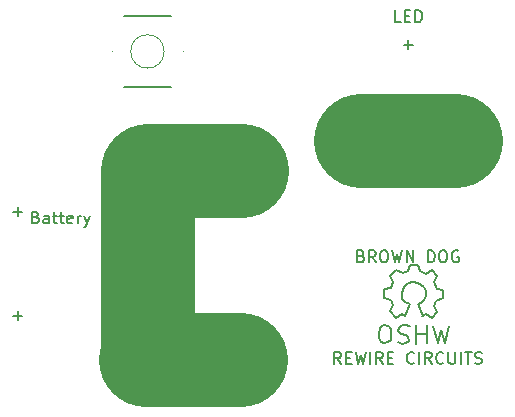
<source format=gto>
G04 #@! TF.FileFunction,Legend,Top*
%FSLAX46Y46*%
G04 Gerber Fmt 4.6, Leading zero omitted, Abs format (unit mm)*
G04 Created by KiCad (PCBNEW 4.0.4+e1-6308~48~ubuntu16.04.1-stable) date Tue Dec  6 20:41:16 2016*
%MOMM*%
%LPD*%
G01*
G04 APERTURE LIST*
%ADD10C,0.100000*%
%ADD11C,0.150000*%
%ADD12C,8.000000*%
G04 APERTURE END LIST*
D10*
D11*
X181500780Y-112671860D02*
X181861460Y-114142520D01*
X181861460Y-114142520D02*
X182140860Y-113080800D01*
X182140860Y-113080800D02*
X182450740Y-114152680D01*
X182450740Y-114152680D02*
X182791100Y-112702340D01*
X180080920Y-113362740D02*
X180870860Y-113352580D01*
X180870860Y-113352580D02*
X180881020Y-113362740D01*
X180881020Y-113362740D02*
X180881020Y-113352580D01*
X180921660Y-112641380D02*
X180921660Y-114183160D01*
X180032660Y-112631220D02*
X180032660Y-114200940D01*
X180032660Y-114200940D02*
X180042820Y-114190780D01*
X179481480Y-112732820D02*
X179130960Y-112651540D01*
X179130960Y-112651540D02*
X178810920Y-112641380D01*
X178810920Y-112641380D02*
X178572160Y-112842040D01*
X178572160Y-112842040D02*
X178541680Y-113111280D01*
X178541680Y-113111280D02*
X178782980Y-113352580D01*
X178782980Y-113352580D02*
X179171600Y-113482120D01*
X179171600Y-113482120D02*
X179351940Y-113642140D01*
X179351940Y-113642140D02*
X179392580Y-113941860D01*
X179392580Y-113941860D02*
X179161440Y-114162840D01*
X179161440Y-114162840D02*
X178841400Y-114190780D01*
X178841400Y-114190780D02*
X178490880Y-114081560D01*
X177452020Y-112631220D02*
X177203100Y-112651540D01*
X177203100Y-112651540D02*
X176961800Y-112892840D01*
X176961800Y-112892840D02*
X176872900Y-113383060D01*
X176872900Y-113383060D02*
X176900840Y-113731040D01*
X176900840Y-113731040D02*
X177101500Y-114051080D01*
X177101500Y-114051080D02*
X177352960Y-114173000D01*
X177352960Y-114173000D02*
X177662840Y-114101880D01*
X177662840Y-114101880D02*
X177881280Y-113921540D01*
X177881280Y-113921540D02*
X177952400Y-113461800D01*
X177952400Y-113461800D02*
X177901600Y-113052860D01*
X177901600Y-113052860D02*
X177792380Y-112770920D01*
X177792380Y-112770920D02*
X177431700Y-112641380D01*
X178051460Y-110911640D02*
X177792380Y-111472980D01*
X177792380Y-111472980D02*
X178330860Y-111991140D01*
X178330860Y-111991140D02*
X178851560Y-111721900D01*
X178851560Y-111721900D02*
X179130960Y-111881920D01*
X180571140Y-111861600D02*
X180901340Y-111671100D01*
X180901340Y-111671100D02*
X181340760Y-112001300D01*
X181340760Y-112001300D02*
X181813200Y-111511080D01*
X181813200Y-111511080D02*
X181531260Y-111031020D01*
X181531260Y-111031020D02*
X181721760Y-110561120D01*
X181721760Y-110561120D02*
X182331360Y-110373160D01*
X182331360Y-110373160D02*
X182331360Y-109692440D01*
X182331360Y-109692440D02*
X181772560Y-109552740D01*
X181772560Y-109552740D02*
X181571900Y-108981240D01*
X181571900Y-108981240D02*
X181841140Y-108511340D01*
X181841140Y-108511340D02*
X181371240Y-108000800D01*
X181371240Y-108000800D02*
X180853080Y-108262420D01*
X180853080Y-108262420D02*
X180383180Y-108061760D01*
X180383180Y-108061760D02*
X180213000Y-107520740D01*
X180213000Y-107520740D02*
X179522120Y-107502960D01*
X179522120Y-107502960D02*
X179311300Y-108051600D01*
X179311300Y-108051600D02*
X178892200Y-108221780D01*
X178892200Y-108221780D02*
X178341020Y-107952540D01*
X178341020Y-107952540D02*
X177822860Y-108480860D01*
X177822860Y-108480860D02*
X178071780Y-109021880D01*
X178071780Y-109021880D02*
X177901600Y-109501940D01*
X177901600Y-109501940D02*
X177352960Y-109601000D01*
X177352960Y-109601000D02*
X177342800Y-110302040D01*
X177342800Y-110302040D02*
X177901600Y-110502700D01*
X177901600Y-110502700D02*
X178041300Y-110901480D01*
X180182520Y-110881160D02*
X180482240Y-110731300D01*
X180482240Y-110731300D02*
X180682900Y-110533180D01*
X180682900Y-110533180D02*
X180832760Y-110131860D01*
X180832760Y-110131860D02*
X180832760Y-109733080D01*
X180832760Y-109733080D02*
X180682900Y-109382560D01*
X180682900Y-109382560D02*
X180230780Y-109032040D01*
X180230780Y-109032040D02*
X179781200Y-108981240D01*
X179781200Y-108981240D02*
X179382420Y-109082840D01*
X179382420Y-109082840D02*
X178981100Y-109430820D01*
X178981100Y-109430820D02*
X178831240Y-109882940D01*
X178831240Y-109882940D02*
X178882040Y-110380780D01*
X178882040Y-110380780D02*
X179130960Y-110683040D01*
X179130960Y-110683040D02*
X179481480Y-110881160D01*
X179481480Y-110881160D02*
X179130960Y-111881920D01*
X180182520Y-110881160D02*
X180581300Y-111881920D01*
D12*
X183387000Y-97027000D02*
X175387000Y-97027000D01*
D11*
X180887000Y-95257000D02*
X177887000Y-95257000D01*
X155290601Y-92456601D02*
X159290601Y-92456601D01*
X155290601Y-86456601D02*
X159290601Y-86456601D01*
D10*
X154290601Y-89456601D02*
X154290601Y-89456601D01*
X159290601Y-92456601D02*
X155290601Y-92456601D01*
X159290601Y-86456601D02*
X155290601Y-86456601D01*
X160290601Y-89456601D02*
X160290601Y-89456601D01*
X158704815Y-89456601D02*
G75*
G03X158704815Y-89456601I-1414214J0D01*
G01*
D12*
X157301200Y-99568000D02*
X157301200Y-115568000D01*
X165301200Y-99568000D02*
X157301200Y-99568000D01*
X165201200Y-115568000D02*
X157201200Y-115568000D01*
D11*
X178744143Y-86979381D02*
X178267952Y-86979381D01*
X178267952Y-85979381D01*
X179077476Y-86455571D02*
X179410810Y-86455571D01*
X179553667Y-86979381D02*
X179077476Y-86979381D01*
X179077476Y-85979381D01*
X179553667Y-85979381D01*
X179982238Y-86979381D02*
X179982238Y-85979381D01*
X180220333Y-85979381D01*
X180363191Y-86027000D01*
X180458429Y-86122238D01*
X180506048Y-86217476D01*
X180553667Y-86407952D01*
X180553667Y-86550810D01*
X180506048Y-86741286D01*
X180458429Y-86836524D01*
X180363191Y-86931762D01*
X180220333Y-86979381D01*
X179982238Y-86979381D01*
X179006048Y-88898429D02*
X179767953Y-88898429D01*
X179387001Y-89279381D02*
X179387001Y-88517476D01*
X175371620Y-106780571D02*
X175514477Y-106828190D01*
X175562096Y-106875810D01*
X175609715Y-106971048D01*
X175609715Y-107113905D01*
X175562096Y-107209143D01*
X175514477Y-107256762D01*
X175419239Y-107304381D01*
X175038286Y-107304381D01*
X175038286Y-106304381D01*
X175371620Y-106304381D01*
X175466858Y-106352000D01*
X175514477Y-106399619D01*
X175562096Y-106494857D01*
X175562096Y-106590095D01*
X175514477Y-106685333D01*
X175466858Y-106732952D01*
X175371620Y-106780571D01*
X175038286Y-106780571D01*
X176609715Y-107304381D02*
X176276381Y-106828190D01*
X176038286Y-107304381D02*
X176038286Y-106304381D01*
X176419239Y-106304381D01*
X176514477Y-106352000D01*
X176562096Y-106399619D01*
X176609715Y-106494857D01*
X176609715Y-106637714D01*
X176562096Y-106732952D01*
X176514477Y-106780571D01*
X176419239Y-106828190D01*
X176038286Y-106828190D01*
X177228762Y-106304381D02*
X177419239Y-106304381D01*
X177514477Y-106352000D01*
X177609715Y-106447238D01*
X177657334Y-106637714D01*
X177657334Y-106971048D01*
X177609715Y-107161524D01*
X177514477Y-107256762D01*
X177419239Y-107304381D01*
X177228762Y-107304381D01*
X177133524Y-107256762D01*
X177038286Y-107161524D01*
X176990667Y-106971048D01*
X176990667Y-106637714D01*
X177038286Y-106447238D01*
X177133524Y-106352000D01*
X177228762Y-106304381D01*
X177990667Y-106304381D02*
X178228762Y-107304381D01*
X178419239Y-106590095D01*
X178609715Y-107304381D01*
X178847810Y-106304381D01*
X179228762Y-107304381D02*
X179228762Y-106304381D01*
X179800191Y-107304381D01*
X179800191Y-106304381D01*
X181038286Y-107304381D02*
X181038286Y-106304381D01*
X181276381Y-106304381D01*
X181419239Y-106352000D01*
X181514477Y-106447238D01*
X181562096Y-106542476D01*
X181609715Y-106732952D01*
X181609715Y-106875810D01*
X181562096Y-107066286D01*
X181514477Y-107161524D01*
X181419239Y-107256762D01*
X181276381Y-107304381D01*
X181038286Y-107304381D01*
X182228762Y-106304381D02*
X182419239Y-106304381D01*
X182514477Y-106352000D01*
X182609715Y-106447238D01*
X182657334Y-106637714D01*
X182657334Y-106971048D01*
X182609715Y-107161524D01*
X182514477Y-107256762D01*
X182419239Y-107304381D01*
X182228762Y-107304381D01*
X182133524Y-107256762D01*
X182038286Y-107161524D01*
X181990667Y-106971048D01*
X181990667Y-106637714D01*
X182038286Y-106447238D01*
X182133524Y-106352000D01*
X182228762Y-106304381D01*
X183609715Y-106352000D02*
X183514477Y-106304381D01*
X183371620Y-106304381D01*
X183228762Y-106352000D01*
X183133524Y-106447238D01*
X183085905Y-106542476D01*
X183038286Y-106732952D01*
X183038286Y-106875810D01*
X183085905Y-107066286D01*
X183133524Y-107161524D01*
X183228762Y-107256762D01*
X183371620Y-107304381D01*
X183466858Y-107304381D01*
X183609715Y-107256762D01*
X183657334Y-107209143D01*
X183657334Y-106875810D01*
X183466858Y-106875810D01*
X173681144Y-115904381D02*
X173347810Y-115428190D01*
X173109715Y-115904381D02*
X173109715Y-114904381D01*
X173490668Y-114904381D01*
X173585906Y-114952000D01*
X173633525Y-114999619D01*
X173681144Y-115094857D01*
X173681144Y-115237714D01*
X173633525Y-115332952D01*
X173585906Y-115380571D01*
X173490668Y-115428190D01*
X173109715Y-115428190D01*
X174109715Y-115380571D02*
X174443049Y-115380571D01*
X174585906Y-115904381D02*
X174109715Y-115904381D01*
X174109715Y-114904381D01*
X174585906Y-114904381D01*
X174919239Y-114904381D02*
X175157334Y-115904381D01*
X175347811Y-115190095D01*
X175538287Y-115904381D01*
X175776382Y-114904381D01*
X176157334Y-115904381D02*
X176157334Y-114904381D01*
X177204953Y-115904381D02*
X176871619Y-115428190D01*
X176633524Y-115904381D02*
X176633524Y-114904381D01*
X177014477Y-114904381D01*
X177109715Y-114952000D01*
X177157334Y-114999619D01*
X177204953Y-115094857D01*
X177204953Y-115237714D01*
X177157334Y-115332952D01*
X177109715Y-115380571D01*
X177014477Y-115428190D01*
X176633524Y-115428190D01*
X177633524Y-115380571D02*
X177966858Y-115380571D01*
X178109715Y-115904381D02*
X177633524Y-115904381D01*
X177633524Y-114904381D01*
X178109715Y-114904381D01*
X179871620Y-115809143D02*
X179824001Y-115856762D01*
X179681144Y-115904381D01*
X179585906Y-115904381D01*
X179443048Y-115856762D01*
X179347810Y-115761524D01*
X179300191Y-115666286D01*
X179252572Y-115475810D01*
X179252572Y-115332952D01*
X179300191Y-115142476D01*
X179347810Y-115047238D01*
X179443048Y-114952000D01*
X179585906Y-114904381D01*
X179681144Y-114904381D01*
X179824001Y-114952000D01*
X179871620Y-114999619D01*
X180300191Y-115904381D02*
X180300191Y-114904381D01*
X181347810Y-115904381D02*
X181014476Y-115428190D01*
X180776381Y-115904381D02*
X180776381Y-114904381D01*
X181157334Y-114904381D01*
X181252572Y-114952000D01*
X181300191Y-114999619D01*
X181347810Y-115094857D01*
X181347810Y-115237714D01*
X181300191Y-115332952D01*
X181252572Y-115380571D01*
X181157334Y-115428190D01*
X180776381Y-115428190D01*
X182347810Y-115809143D02*
X182300191Y-115856762D01*
X182157334Y-115904381D01*
X182062096Y-115904381D01*
X181919238Y-115856762D01*
X181824000Y-115761524D01*
X181776381Y-115666286D01*
X181728762Y-115475810D01*
X181728762Y-115332952D01*
X181776381Y-115142476D01*
X181824000Y-115047238D01*
X181919238Y-114952000D01*
X182062096Y-114904381D01*
X182157334Y-114904381D01*
X182300191Y-114952000D01*
X182347810Y-114999619D01*
X182776381Y-114904381D02*
X182776381Y-115713905D01*
X182824000Y-115809143D01*
X182871619Y-115856762D01*
X182966857Y-115904381D01*
X183157334Y-115904381D01*
X183252572Y-115856762D01*
X183300191Y-115809143D01*
X183347810Y-115713905D01*
X183347810Y-114904381D01*
X183824000Y-115904381D02*
X183824000Y-114904381D01*
X184157333Y-114904381D02*
X184728762Y-114904381D01*
X184443047Y-115904381D02*
X184443047Y-114904381D01*
X185014476Y-115856762D02*
X185157333Y-115904381D01*
X185395429Y-115904381D01*
X185490667Y-115856762D01*
X185538286Y-115809143D01*
X185585905Y-115713905D01*
X185585905Y-115618667D01*
X185538286Y-115523429D01*
X185490667Y-115475810D01*
X185395429Y-115428190D01*
X185204952Y-115380571D01*
X185109714Y-115332952D01*
X185062095Y-115285333D01*
X185014476Y-115190095D01*
X185014476Y-115094857D01*
X185062095Y-114999619D01*
X185109714Y-114952000D01*
X185204952Y-114904381D01*
X185443048Y-114904381D01*
X185585905Y-114952000D01*
X147829771Y-103496571D02*
X147972628Y-103544190D01*
X148020247Y-103591810D01*
X148067866Y-103687048D01*
X148067866Y-103829905D01*
X148020247Y-103925143D01*
X147972628Y-103972762D01*
X147877390Y-104020381D01*
X147496437Y-104020381D01*
X147496437Y-103020381D01*
X147829771Y-103020381D01*
X147925009Y-103068000D01*
X147972628Y-103115619D01*
X148020247Y-103210857D01*
X148020247Y-103306095D01*
X147972628Y-103401333D01*
X147925009Y-103448952D01*
X147829771Y-103496571D01*
X147496437Y-103496571D01*
X148925009Y-104020381D02*
X148925009Y-103496571D01*
X148877390Y-103401333D01*
X148782152Y-103353714D01*
X148591675Y-103353714D01*
X148496437Y-103401333D01*
X148925009Y-103972762D02*
X148829771Y-104020381D01*
X148591675Y-104020381D01*
X148496437Y-103972762D01*
X148448818Y-103877524D01*
X148448818Y-103782286D01*
X148496437Y-103687048D01*
X148591675Y-103639429D01*
X148829771Y-103639429D01*
X148925009Y-103591810D01*
X149258342Y-103353714D02*
X149639294Y-103353714D01*
X149401199Y-103020381D02*
X149401199Y-103877524D01*
X149448818Y-103972762D01*
X149544056Y-104020381D01*
X149639294Y-104020381D01*
X149829771Y-103353714D02*
X150210723Y-103353714D01*
X149972628Y-103020381D02*
X149972628Y-103877524D01*
X150020247Y-103972762D01*
X150115485Y-104020381D01*
X150210723Y-104020381D01*
X150925010Y-103972762D02*
X150829772Y-104020381D01*
X150639295Y-104020381D01*
X150544057Y-103972762D01*
X150496438Y-103877524D01*
X150496438Y-103496571D01*
X150544057Y-103401333D01*
X150639295Y-103353714D01*
X150829772Y-103353714D01*
X150925010Y-103401333D01*
X150972629Y-103496571D01*
X150972629Y-103591810D01*
X150496438Y-103687048D01*
X151401200Y-104020381D02*
X151401200Y-103353714D01*
X151401200Y-103544190D02*
X151448819Y-103448952D01*
X151496438Y-103401333D01*
X151591676Y-103353714D01*
X151686915Y-103353714D01*
X151925010Y-103353714D02*
X152163105Y-104020381D01*
X152401201Y-103353714D02*
X152163105Y-104020381D01*
X152067867Y-104258476D01*
X152020248Y-104306095D01*
X151925010Y-104353714D01*
X145920248Y-111839429D02*
X146682153Y-111839429D01*
X146301201Y-112220381D02*
X146301201Y-111458476D01*
X145920248Y-103039429D02*
X146682153Y-103039429D01*
X146301201Y-103420381D02*
X146301201Y-102658476D01*
M02*

</source>
